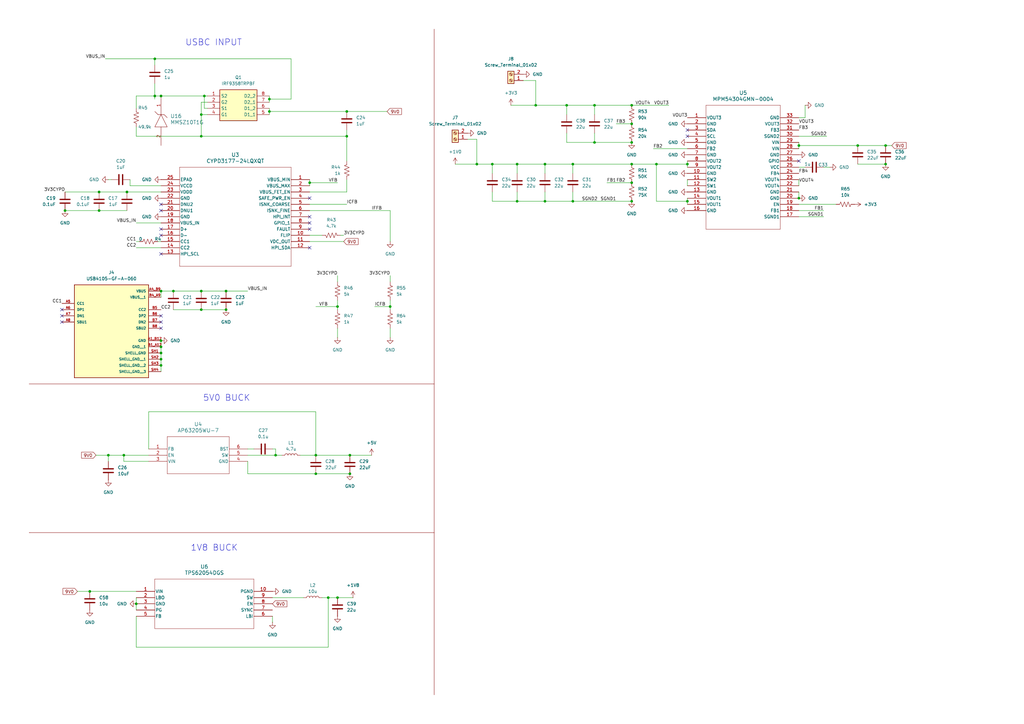
<source format=kicad_sch>
(kicad_sch (version 20250114) (generator "eeschema") (generator_version "9.0")
  (paper "A3")
  (lib_symbols
    (symbol "Connector:Screw_Terminal_01x02" (pin_names (offset 1.016) (hide yes))
      (property "Reference" "J" (at 0 2.54 0))
      (property "Value" "Screw_Terminal_01x02" (at 0 -5.08 0))
      (symbol "Screw_Terminal_01x02_1_1"
        (pin passive line (at -5.08 0 0) (length 3.81) (name "Pin_1") (number "1"))
        (pin passive line (at -5.08 -2.54 0) (length 3.81) (name "Pin_2") (number "2"))
      )
    )
    (symbol "Device:C" (pin_numbers (hide yes)) (pin_names (offset 0.254))
      (property "Reference" "C" (at 0.635 2.54 0))
      (property "Value" "C" (at 0.635 -2.54 0))
      (symbol "C_1_1"
        (pin passive line (at 0 3.81 270) (length 2.794) (name "~") (number "1"))
        (pin passive line (at 0 -3.81 90) (length 2.794) (name "~") (number "2"))
      )
    )
    (symbol "Device:L" (pin_numbers (hide yes)) (pin_names (offset 1.016) (hide yes))
      (property "Reference" "L" (at -1.27 0 90))
      (property "Value" "L" (at 1.905 0 90))
      (symbol "L_1_1"
        (pin passive line (at 0 3.81 270) (length 1.27) (name "1") (number "1"))
        (pin passive line (at 0 -3.81 90) (length 1.27) (name "2") (number "2"))
      )
    )
    (symbol "Device:R_US" (pin_numbers (hide yes)) (pin_names (offset 0))
      (property "Reference" "R" (at 2.54 0 90))
      (property "Value" "R_US" (at -2.54 0 90))
      (symbol "R_US_1_1"
        (pin passive line (at 0 3.81 270) (length 1.27) (name "~") (number "1"))
        (pin passive line (at 0 -3.81 90) (length 1.27) (name "~") (number "2"))
      )
    )
    (symbol "FPGA_Interface:USB4105-GF-A-060" (pin_names (offset 1.016))
      (property "Reference" "J" (at -15.24 13.97 0))
      (property "Value" "USB4105-GF-A-060" (at -15.24 -27.94 0))
      (symbol "USB4105-GF-A-060_0_0"
        (pin bidirectional line (at -20.32 5.08 0) (length 5.08) (name "CC1") (number "A5"))
        (pin bidirectional line (at -20.32 2.54 0) (length 5.08) (name "DP1") (number "A6"))
        (pin bidirectional line (at -20.32 0 0) (length 5.08) (name "DN1") (number "A7"))
        (pin bidirectional line (at -20.32 -2.54 0) (length 5.08) (name "SBU1") (number "A8"))
        (pin power_in line (at 20.32 10.16 180) (length 5.08) (name "VBUS") (number "A4_B9"))
        (pin power_in line (at 20.32 7.62 180) (length 5.08) (name "VBUS__1") (number "B4_A9"))
        (pin bidirectional line (at 20.32 2.54 180) (length 5.08) (name "CC2") (number "B5"))
        (pin bidirectional line (at 20.32 0 180) (length 5.08) (name "DP2") (number "B6"))
        (pin bidirectional line (at 20.32 -2.54 180) (length 5.08) (name "DN2") (number "B7"))
        (pin bidirectional line (at 20.32 -5.08 180) (length 5.08) (name "SBU2") (number "B8"))
        (pin power_in line (at 20.32 -10.16 180) (length 5.08) (name "GND") (number "A1_B12"))
        (pin power_in line (at 20.32 -12.7 180) (length 5.08) (name "GND__1") (number "B1_A12"))
        (pin power_in line (at 20.32 -15.24 180) (length 5.08) (name "SHELL_GND") (number "SH1"))
        (pin power_in line (at 20.32 -17.78 180) (length 5.08) (name "SHELL_GND__1") (number "SH2"))
        (pin power_in line (at 20.32 -20.32 180) (length 5.08) (name "SHELL_GND__2") (number "SH3"))
        (pin power_in line (at 20.32 -22.86 180) (length 5.08) (name "SHELL_GND__3") (number "SH4"))
      )
    )
    (symbol "FPGA_POWER:AP63205WU-7" (pin_names (offset 0.254))
      (property "Reference" "U" (at 20.32 10.16 0))
      (property "Value" "AP63205WU-7" (at 20.32 7.62 0))
      (symbol "AP63205WU-7_0_1"
        (pin unspecified line (at 0 0 0) (length 7.62) (name "FB") (number "1"))
        (pin unspecified line (at 0 -2.54 0) (length 7.62) (name "EN") (number "2"))
        (pin unspecified line (at 0 -5.08 0) (length 7.62) (name "VIN") (number "3"))
        (pin unspecified line (at 40.64 0 180) (length 7.62) (name "BST") (number "6"))
        (pin unspecified line (at 40.64 -2.54 180) (length 7.62) (name "SW") (number "5"))
        (pin power_out line (at 40.64 -5.08 180) (length 7.62) (name "GND") (number "4"))
      )
    )
    (symbol "FPGA_POWER:CYPD3177-24LQXQT" (pin_names (offset 0.254))
      (property "Reference" "U" (at 30.48 10.16 0))
      (property "Value" "CYPD3177-24LQXQT" (at 30.48 7.62 0))
      (symbol "CYPD3177-24LQXQT_0_1"
        (pin unspecified line (at 0 0 0) (length 7.62) (name "VBUS_MIN") (number "1"))
        (pin unspecified line (at 0 -2.54 0) (length 7.62) (name "VBUS_MAX") (number "2"))
        (pin unspecified line (at 0 -5.08 0) (length 7.62) (name "VBUS_FET_EN") (number "3"))
        (pin unspecified line (at 0 -7.62 0) (length 7.62) (name "SAFE_PWR_EN") (number "4"))
        (pin unspecified line (at 0 -10.16 0) (length 7.62) (name "ISNK_COARSE") (number "5"))
        (pin unspecified line (at 0 -12.7 0) (length 7.62) (name "ISNK_FINE") (number "6"))
        (pin unspecified line (at 0 -15.24 0) (length 7.62) (name "HPI_INT") (number "7"))
        (pin unspecified line (at 0 -17.78 0) (length 7.62) (name "GPIO_1") (number "8"))
        (pin unspecified line (at 0 -20.32 0) (length 7.62) (name "FAULT") (number "9"))
        (pin unspecified line (at 0 -22.86 0) (length 7.62) (name "FLIP") (number "10"))
        (pin output line (at 0 -25.4 0) (length 7.62) (name "VDC_OUT") (number "11"))
        (pin unspecified line (at 0 -27.94 0) (length 7.62) (name "HPI_SDA") (number "12"))
        (pin unspecified line (at 60.96 0 180) (length 7.62) (name "EPAD") (number "25"))
        (pin power_in line (at 60.96 -2.54 180) (length 7.62) (name "VCCD") (number "24"))
        (pin power_in line (at 60.96 -5.08 180) (length 7.62) (name "VDDD") (number "23"))
        (pin power_out line (at 60.96 -7.62 180) (length 7.62) (name "GND") (number "22"))
        (pin bidirectional line (at 60.96 -10.16 180) (length 7.62) (name "DNU2") (number "21"))
        (pin bidirectional line (at 60.96 -12.7 180) (length 7.62) (name "DNU1") (number "20"))
        (pin power_out line (at 60.96 -15.24 180) (length 7.62) (name "GND") (number "19"))
        (pin unspecified line (at 60.96 -17.78 180) (length 7.62) (name "VBUS_IN") (number "18"))
        (pin unspecified line (at 60.96 -20.32 180) (length 7.62) (name "D+") (number "17"))
        (pin unspecified line (at 60.96 -22.86 180) (length 7.62) (name "D-") (number "16"))
        (pin bidirectional line (at 60.96 -25.4 180) (length 7.62) (name "CC1") (number "15"))
        (pin bidirectional line (at 60.96 -27.94 180) (length 7.62) (name "CC2") (number "14"))
        (pin unspecified line (at 60.96 -30.48 180) (length 7.62) (name "HPI_SCL") (number "13"))
      )
    )
    (symbol "FPGA_POWER:IRF9358TRPBF"
      (property "Reference" "Q" (at 21.59 7.62 0))
      (property "Value" "IRF9358TRPBF" (at 21.59 5.08 0))
      (symbol "IRF9358TRPBF_1_1"
        (pin passive line (at 0 0 0) (length 5.08) (name "S2") (number "1"))
        (pin passive line (at 0 -2.54 0) (length 5.08) (name "G2") (number "2"))
        (pin passive line (at 0 -5.08 0) (length 5.08) (name "S1") (number "3"))
        (pin passive line (at 0 -7.62 0) (length 5.08) (name "G1") (number "4"))
        (pin passive line (at 25.4 0 180) (length 5.08) (name "D2_2") (number "8"))
        (pin passive line (at 25.4 -2.54 180) (length 5.08) (name "D2_1") (number "7"))
        (pin passive line (at 25.4 -5.08 180) (length 5.08) (name "D1_2") (number "6"))
        (pin passive line (at 25.4 -7.62 180) (length 5.08) (name "D1_1") (number "5"))
      )
    )
    (symbol "FPGA_POWER:MMSZ10T1G" (pin_names (offset 0.254))
      (property "Reference" "U" (at 25.4 10.16 0))
      (property "Value" "MMSZ10T1G" (at 25.4 7.62 0))
      (symbol "MMSZ10T1G_1_1"
        (pin unspecified line (at 13.97 2.54 0) (length 7.62) (name "") (number "1"))
        (pin unspecified line (at 34.29 2.54 180) (length 7.62) (name "") (number "2"))
      )
    )
    (symbol "FPGA_POWER:MPM54304GMN-0004" (pin_names (offset 0.254))
      (property "Reference" "U" (at 22.86 10.16 0))
      (property "Value" "MPM54304GMN-0004" (at 22.86 7.62 0))
      (symbol "MPM54304GMN-0004_0_1"
        (pin output line (at 0 0 0) (length 7.62) (name "VOUT3") (number "1"))
        (pin power_out line (at 0 -2.54 0) (length 7.62) (name "GND") (number "2"))
        (pin unspecified line (at 0 -5.08 0) (length 7.62) (name "SDA") (number "3"))
        (pin unspecified line (at 0 -7.62 0) (length 7.62) (name "SCL") (number "4"))
        (pin power_out line (at 0 -10.16 0) (length 7.62) (name "GND") (number "5"))
        (pin bidirectional line (at 0 -12.7 0) (length 7.62) (name "FB2") (number "6"))
        (pin power_out line (at 0 -15.24 0) (length 7.62) (name "GND") (number "7"))
        (pin output line (at 0 -17.78 0) (length 7.62) (name "VOUT2") (number "8"))
        (pin output line (at 0 -20.32 0) (length 7.62) (name "VOUT2") (number "9"))
        (pin power_out line (at 0 -22.86 0) (length 7.62) (name "GND") (number "10"))
        (pin bidirectional line (at 0 -25.4 0) (length 7.62) (name "SW2") (number "11"))
        (pin bidirectional line (at 0 -27.94 0) (length 7.62) (name "SW1") (number "12"))
        (pin power_out line (at 0 -30.48 0) (length 7.62) (name "GND") (number "13"))
        (pin output line (at 0 -33.02 0) (length 7.62) (name "VOUT1") (number "14"))
        (pin output line (at 0 -35.56 0) (length 7.62) (name "VOUT1") (number "15"))
        (pin power_out line (at 0 -38.1 0) (length 7.62) (name "GND") (number "16"))
        (pin power_out line (at 45.72 0 180) (length 7.62) (name "GND") (number "33"))
        (pin output line (at 45.72 -2.54 180) (length 7.62) (name "VOUT3") (number "32"))
        (pin bidirectional line (at 45.72 -5.08 180) (length 7.62) (name "FB3") (number "31"))
        (pin power_out line (at 45.72 -7.62 180) (length 7.62) (name "SGND2") (number "30"))
        (pin unspecified line (at 45.72 -10.16 180) (length 7.62) (name "VIN") (number "29"))
        (pin unspecified line (at 45.72 -12.7 180) (length 7.62) (name "VIN") (number "28"))
        (pin power_out line (at 45.72 -15.24 180) (length 7.62) (name "GND") (number "27"))
        (pin unspecified line (at 45.72 -17.78 180) (length 7.62) (name "GPIO") (number "26"))
        (pin power_in line (at 45.72 -20.32 180) (length 7.62) (name "VCC") (number "25"))
        (pin bidirectional line (at 45.72 -22.86 180) (length 7.62) (name "FB4") (number "24"))
        (pin output line (at 45.72 -25.4 180) (length 7.62) (name "VOUT4") (number "23"))
        (pin output line (at 45.72 -27.94 180) (length 7.62) (name "VOUT4") (number "22"))
        (pin power_out line (at 45.72 -30.48 180) (length 7.62) (name "GND") (number "21"))
        (pin power_out line (at 45.72 -33.02 180) (length 7.62) (name "GND") (number "20"))
        (pin unspecified line (at 45.72 -35.56 180) (length 7.62) (name "EN") (number "19"))
        (pin bidirectional line (at 45.72 -38.1 180) (length 7.62) (name "FB1") (number "18"))
        (pin power_out line (at 45.72 -40.64 180) (length 7.62) (name "SGND1") (number "17"))
      )
    )
    (symbol "FPGA_POWER:TPS62054DGS" (pin_names (offset 0.254))
      (property "Reference" "U" (at 27.94 10.16 0))
      (property "Value" "TPS62054DGS" (at 27.94 7.62 0))
      (symbol "TPS62054DGS_0_1"
        (pin input line (at 0 0 0) (length 7.62) (name "VIN") (number "1"))
        (pin output line (at 0 -2.54 0) (length 7.62) (name "LBO") (number "2"))
        (pin input line (at 0 -5.08 0) (length 7.62) (name "GND") (number "3"))
        (pin output line (at 0 -7.62 0) (length 7.62) (name "PG") (number "4"))
        (pin input line (at 0 -10.16 0) (length 7.62) (name "FB") (number "5"))
        (pin input line (at 55.88 0 180) (length 7.62) (name "PGND") (number "10"))
        (pin output line (at 55.88 -2.54 180) (length 7.62) (name "SW") (number "9"))
        (pin input line (at 55.88 -5.08 180) (length 7.62) (name "EN") (number "8"))
        (pin input line (at 55.88 -7.62 180) (length 7.62) (name "SYNC") (number "7"))
        (pin input line (at 55.88 -10.16 180) (length 7.62) (name "LBI") (number "6"))
      )
    )
    (symbol "power:+1V0" (power) (pin_numbers (hide yes)) (pin_names (offset 0) (hide yes))
      (property "Value" "+1V0" (at 0 3.556 0))
      (symbol "+1V0_1_1"
        (pin power_in line (at 0 0 90) (length 0) (name "~") (number "1"))
      )
    )
    (symbol "power:+1V8" (power) (pin_numbers (hide yes)) (pin_names (offset 0) (hide yes))
      (property "Value" "+1V8" (at 0 3.556 0))
      (symbol "+1V8_1_1"
        (pin power_in line (at 0 0 90) (length 0) (name "~") (number "1"))
      )
    )
    (symbol "power:+3V3" (power) (pin_numbers (hide yes)) (pin_names (offset 0) (hide yes))
      (property "Value" "+3V3" (at 0 3.556 0))
      (symbol "+3V3_1_1"
        (pin power_in line (at 0 0 90) (length 0) (name "~") (number "1"))
      )
    )
    (symbol "power:+5V" (power) (pin_numbers (hide yes)) (pin_names (offset 0) (hide yes))
      (property "Value" "+5V" (at 0 3.556 0))
      (symbol "+5V_1_1"
        (pin power_in line (at 0 0 90) (length 0) (name "~") (number "1"))
      )
    )
    (symbol "power:GND" (power) (pin_numbers (hide yes)) (pin_names (offset 0) (hide yes))
      (property "Value" "GND" (at 0 -3.81 0))
      (symbol "GND_1_1"
        (pin power_in line (at 0 0 270) (length 0) (name "~") (number "1"))
      )
    )
  )
  (text "USBC INPUT\n" (at 87.63 17.526 0) (effects (font (size 2.54 2.54))))
  (text "1V8 BUCK" (at 87.884 224.79 0) (effects (font (size 2.54 2.54))))
  (text "5V0 BUCK\n" (at 92.964 163.322 0) (effects (font (size 2.54 2.54))))
  (junction (at 44.45 186.69))
  (junction (at 212.09 82.55))
  (junction (at 259.08 43.18))
  (junction (at 66.04 119.38))
  (junction (at 269.24 67.31))
  (junction (at 127 74.93))
  (junction (at 113.03 186.69))
  (junction (at 195.58 67.31))
  (junction (at 92.71 119.38))
  (junction (at 129.54 194.31))
  (junction (at 83.82 39.37))
  (junction (at 82.55 55.88))
  (junction (at 52.07 78.74))
  (junction (at 327.66 81.28))
  (junction (at 143.51 194.31))
  (junction (at 66.04 144.78))
  (junction (at 66.04 139.7))
  (junction (at 40.64 78.74))
  (junction (at 26.67 86.36))
  (junction (at 232.41 43.18))
  (junction (at 92.71 127))
  (junction (at 50.8 186.69))
  (junction (at 223.52 67.31))
  (junction (at 243.84 43.18))
  (junction (at 36.83 242.57))
  (junction (at 363.22 67.31))
  (junction (at 142.24 45.72))
  (junction (at 40.64 86.36))
  (junction (at 63.5 24.13))
  (junction (at 55.88 247.65))
  (junction (at 327.66 59.69))
  (junction (at 219.71 43.18))
  (junction (at 142.24 55.88))
  (junction (at 259.08 82.55))
  (junction (at 66.04 147.32))
  (junction (at 259.08 50.8))
  (junction (at 138.43 125.73))
  (junction (at 363.22 59.69))
  (junction (at 259.08 67.31))
  (junction (at 66.04 39.37))
  (junction (at 66.04 149.86))
  (junction (at 110.49 45.72))
  (junction (at 259.08 74.93))
  (junction (at 212.09 67.31))
  (junction (at 71.12 119.38))
  (junction (at 129.54 186.69))
  (junction (at 223.52 82.55))
  (junction (at 63.5 39.37))
  (junction (at 259.08 58.42))
  (junction (at 281.94 67.31))
  (junction (at 82.55 119.38))
  (junction (at 281.94 82.55))
  (junction (at 234.95 82.55))
  (junction (at 160.02 125.73))
  (junction (at 201.93 67.31))
  (junction (at 234.95 67.31))
  (junction (at 82.55 127))
  (junction (at 143.51 186.69))
  (junction (at 351.79 59.69))
  (junction (at 243.84 58.42))
  (junction (at 66.04 142.24))
  (junction (at 138.43 245.11))
  (junction (at 110.49 40.64))
  (junction (at 134.62 245.11))
  (junction (at 82.55 46.99))
  (no_connect (at 327.66 66.04))
  (no_connect (at 66.04 93.98))
  (no_connect (at 127 101.6))
  (no_connect (at 66.04 86.36))
  (no_connect (at 66.04 132.08))
  (no_connect (at 25.4 129.54))
  (no_connect (at 66.04 83.82))
  (no_connect (at 281.94 55.88))
  (no_connect (at 66.04 96.52))
  (no_connect (at 127 81.28))
  (no_connect (at 127 93.98))
  (no_connect (at 127 91.44))
  (no_connect (at 66.04 104.14))
  (no_connect (at 25.4 127))
  (no_connect (at 66.04 134.62))
  (no_connect (at 281.94 53.34))
  (no_connect (at 66.04 129.54))
  (no_connect (at 25.4 132.08))
  (no_connect (at 127 88.9))
  (wire (pts (xy 66.04 147.32) (xy 66.04 149.86)))
  (wire (pts (xy 55.88 245.11) (xy 55.88 247.65)))
  (wire (pts (xy 327.66 73.66) (xy 327.66 76.2)))
  (polyline (pts (xy 178.054 11.938) (xy 178.054 157.48)) (stroke (width 0) (type solid) (color 132 0 0 1)))
  (wire (pts (xy 83.82 44.45) (xy 83.82 39.37)))
  (wire (pts (xy 330.2 48.26) (xy 327.66 48.26)))
  (wire (pts (xy 259.08 43.18) (xy 274.32 43.18)))
  (wire (pts (xy 212.09 82.55) (xy 223.52 82.55)))
  (wire (pts (xy 110.49 39.37) (xy 110.49 40.64)))
  (wire (pts (xy 55.88 52.07) (xy 55.88 55.88)))
  (wire (pts (xy 50.8 186.69) (xy 60.96 186.69)))
  (wire (pts (xy 55.88 44.45) (xy 55.88 39.37)))
  (wire (pts (xy 234.95 71.12) (xy 234.95 67.31)))
  (wire (pts (xy 123.19 186.69) (xy 129.54 186.69)))
  (wire (pts (xy 44.45 186.69) (xy 44.45 189.23)))
  (wire (pts (xy 104.14 184.15) (xy 101.6 184.15)))
  (wire (pts (xy 212.09 67.31) (xy 212.09 71.12)))
  (wire (pts (xy 71.12 127) (xy 82.55 127)))
  (wire (pts (xy 129.54 186.69) (xy 129.54 168.91)))
  (wire (pts (xy 201.93 82.55) (xy 212.09 82.55)))
  (wire (pts (xy 223.52 82.55) (xy 223.52 78.74)))
  (wire (pts (xy 40.64 78.74) (xy 26.67 78.74)))
  (wire (pts (xy 153.67 125.73) (xy 160.02 125.73)))
  (wire (pts (xy 111.76 184.15) (xy 113.03 184.15)))
  (wire (pts (xy 55.88 265.43) (xy 55.88 252.73)))
  (wire (pts (xy 127 73.66) (xy 127 74.93)))
  (wire (pts (xy 83.82 39.37) (xy 66.04 39.37)))
  (wire (pts (xy 52.07 78.74) (xy 40.64 78.74)))
  (wire (pts (xy 101.6 119.38) (xy 92.71 119.38)))
  (wire (pts (xy 232.41 58.42) (xy 232.41 54.61)))
  (wire (pts (xy 160.02 125.73) (xy 160.02 127)))
  (wire (pts (xy 327.66 59.69) (xy 351.79 59.69)))
  (wire (pts (xy 142.24 78.74) (xy 127 78.74)))
  (wire (pts (xy 119.38 40.64) (xy 110.49 40.64)))
  (wire (pts (xy 113.03 184.15) (xy 113.03 186.69)))
  (wire (pts (xy 40.64 86.36) (xy 26.67 86.36)))
  (wire (pts (xy 55.88 55.88) (xy 82.55 55.88)))
  (wire (pts (xy 43.18 24.13) (xy 63.5 24.13)))
  (wire (pts (xy 327.66 88.9) (xy 337.82 88.9)))
  (polyline (pts (xy 178.054 218.44) (xy 178.054 284.988)) (stroke (width 0) (type solid) (color 132 0 0 1)))
  (wire (pts (xy 340.36 68.58) (xy 337.82 68.58)))
  (wire (pts (xy 160.02 86.36) (xy 160.02 99.06)))
  (wire (pts (xy 327.66 55.88) (xy 339.09 55.88)))
  (wire (pts (xy 45.72 73.66) (xy 44.45 73.66)))
  (wire (pts (xy 110.49 44.45) (xy 110.49 45.72)))
  (wire (pts (xy 66.04 119.38) (xy 66.04 121.92)))
  (wire (pts (xy 142.24 55.88) (xy 142.24 53.34)))
  (wire (pts (xy 110.49 45.72) (xy 110.49 46.99)))
  (wire (pts (xy 134.62 245.11) (xy 134.62 265.43)))
  (wire (pts (xy 63.5 24.13) (xy 119.38 24.13)))
  (wire (pts (xy 55.88 39.37) (xy 63.5 39.37)))
  (wire (pts (xy 327.66 59.69) (xy 327.66 60.96)))
  (wire (pts (xy 36.83 242.57) (xy 55.88 242.57)))
  (wire (pts (xy 138.43 125.73) (xy 138.43 127)))
  (wire (pts (xy 82.55 46.99) (xy 85.09 46.99)))
  (wire (pts (xy 127 74.93) (xy 127 76.2)))
  (wire (pts (xy 327.66 68.58) (xy 330.2 68.58)))
  (wire (pts (xy 186.69 67.31) (xy 195.58 67.31)))
  (wire (pts (xy 327.66 86.36) (xy 337.82 86.36)))
  (wire (pts (xy 140.97 99.06) (xy 127 99.06)))
  (wire (pts (xy 330.2 43.18) (xy 330.2 48.26)))
  (wire (pts (xy 66.04 144.78) (xy 66.04 147.32)))
  (wire (pts (xy 101.6 194.31) (xy 101.6 189.23)))
  (wire (pts (xy 66.04 119.38) (xy 71.12 119.38)))
  (polyline (pts (xy 11.938 218.44) (xy 12.192 218.44)) (stroke (width 0) (type solid) (color 132 0 0 1)))
  (wire (pts (xy 281.94 81.28) (xy 281.94 82.55)))
  (wire (pts (xy 82.55 46.99) (xy 82.55 55.88)))
  (wire (pts (xy 243.84 54.61) (xy 243.84 58.42)))
  (wire (pts (xy 142.24 73.66) (xy 142.24 78.74)))
  (wire (pts (xy 52.07 86.36) (xy 40.64 86.36)))
  (wire (pts (xy 201.93 67.31) (xy 201.93 71.12)))
  (wire (pts (xy 134.62 245.11) (xy 138.43 245.11)))
  (wire (pts (xy 363.22 59.69) (xy 365.76 59.69)))
  (wire (pts (xy 191.77 57.15) (xy 195.58 57.15)))
  (wire (pts (xy 160.02 123.19) (xy 160.02 125.73)))
  (wire (pts (xy 142.24 45.72) (xy 158.75 45.72)))
  (wire (pts (xy 110.49 40.64) (xy 110.49 41.91)))
  (wire (pts (xy 269.24 67.31) (xy 281.94 67.31)))
  (wire (pts (xy 127 86.36) (xy 160.02 86.36)))
  (wire (pts (xy 101.6 194.31) (xy 129.54 194.31)))
  (wire (pts (xy 232.41 46.99) (xy 232.41 43.18)))
  (wire (pts (xy 55.88 91.44) (xy 66.04 91.44)))
  (wire (pts (xy 71.12 119.38) (xy 82.55 119.38)))
  (wire (pts (xy 129.54 125.73) (xy 138.43 125.73)))
  (wire (pts (xy 252.73 50.8) (xy 259.08 50.8)))
  (wire (pts (xy 64.77 99.06) (xy 66.04 99.06)))
  (wire (pts (xy 53.34 76.2) (xy 66.04 76.2)))
  (wire (pts (xy 248.92 74.93) (xy 259.08 74.93)))
  (wire (pts (xy 281.94 67.31) (xy 281.94 68.58)))
  (wire (pts (xy 142.24 55.88) (xy 142.24 66.04)))
  (wire (pts (xy 212.09 67.31) (xy 223.52 67.31)))
  (wire (pts (xy 160.02 113.03) (xy 160.02 115.57)))
  (wire (pts (xy 55.88 101.6) (xy 66.04 101.6)))
  (wire (pts (xy 85.09 44.45) (xy 83.82 44.45)))
  (wire (pts (xy 259.08 58.42) (xy 243.84 58.42)))
  (wire (pts (xy 66.04 78.74) (xy 52.07 78.74)))
  (wire (pts (xy 129.54 168.91) (xy 60.96 168.91)))
  (wire (pts (xy 327.66 78.74) (xy 327.66 81.28)))
  (wire (pts (xy 111.76 245.11) (xy 124.46 245.11)))
  (wire (pts (xy 66.04 39.37) (xy 63.5 39.37)))
  (wire (pts (xy 55.88 247.65) (xy 55.88 250.19)))
  (wire (pts (xy 281.94 66.04) (xy 281.94 67.31)))
  (wire (pts (xy 327.66 83.82) (xy 342.9 83.82)))
  (wire (pts (xy 243.84 43.18) (xy 243.84 46.99)))
  (wire (pts (xy 152.4 186.69) (xy 143.51 186.69)))
  (wire (pts (xy 138.43 123.19) (xy 138.43 125.73)))
  (wire (pts (xy 201.93 67.31) (xy 212.09 67.31)))
  (wire (pts (xy 50.8 189.23) (xy 60.96 189.23)))
  (wire (pts (xy 259.08 67.31) (xy 269.24 67.31)))
  (wire (pts (xy 281.94 73.66) (xy 281.94 76.2)))
  (wire (pts (xy 138.43 134.62) (xy 138.43 138.43)))
  (wire (pts (xy 195.58 57.15) (xy 195.58 67.31)))
  (wire (pts (xy 214.63 33.02) (xy 219.71 33.02)))
  (wire (pts (xy 119.38 24.13) (xy 119.38 40.64)))
  (wire (pts (xy 66.04 149.86) (xy 66.04 152.4)))
  (wire (pts (xy 138.43 74.93) (xy 127 74.93)))
  (wire (pts (xy 138.43 113.03) (xy 138.43 115.57)))
  (wire (pts (xy 132.08 96.52) (xy 127 96.52)))
  (wire (pts (xy 82.55 55.88) (xy 142.24 55.88)))
  (wire (pts (xy 85.09 41.91) (xy 82.55 41.91)))
  (wire (pts (xy 63.5 24.13) (xy 63.5 26.67)))
  (wire (pts (xy 142.24 83.82) (xy 127 83.82)))
  (wire (pts (xy 83.82 39.37) (xy 85.09 39.37)))
  (wire (pts (xy 209.55 43.18) (xy 219.71 43.18)))
  (polyline (pts (xy 12.192 218.44) (xy 178.054 218.44)) (stroke (width 0) (type solid) (color 132 0 0 1)))
  (wire (pts (xy 63.5 39.37) (xy 63.5 40.64)))
  (wire (pts (xy 60.96 168.91) (xy 60.96 184.15)))
  (wire (pts (xy 113.03 186.69) (xy 115.57 186.69)))
  (wire (pts (xy 129.54 194.31) (xy 143.51 194.31)))
  (wire (pts (xy 243.84 43.18) (xy 259.08 43.18)))
  (wire (pts (xy 55.88 99.06) (xy 57.15 99.06)))
  (wire (pts (xy 129.54 186.69) (xy 143.51 186.69)))
  (polyline (pts (xy 11.938 157.48) (xy 178.054 157.48)) (stroke (width 0) (type solid) (color 132 0 0 1)))
  (wire (pts (xy 327.66 58.42) (xy 327.66 59.69)))
  (wire (pts (xy 132.08 245.11) (xy 134.62 245.11)))
  (wire (pts (xy 267.97 60.96) (xy 281.94 60.96)))
  (wire (pts (xy 66.04 139.7) (xy 66.04 142.24)))
  (wire (pts (xy 219.71 43.18) (xy 232.41 43.18)))
  (wire (pts (xy 101.6 186.69) (xy 113.03 186.69)))
  (wire (pts (xy 160.02 138.43) (xy 160.02 134.62)))
  (wire (pts (xy 232.41 43.18) (xy 243.84 43.18)))
  (wire (pts (xy 82.55 127) (xy 92.71 127)))
  (wire (pts (xy 281.94 82.55) (xy 269.24 82.55)))
  (wire (pts (xy 269.24 82.55) (xy 269.24 67.31)))
  (wire (pts (xy 140.97 96.52) (xy 139.7 96.52)))
  (wire (pts (xy 351.79 67.31) (xy 363.22 67.31)))
  (wire (pts (xy 234.95 82.55) (xy 259.08 82.55)))
  (wire (pts (xy 201.93 78.74) (xy 201.93 82.55)))
  (wire (pts (xy 138.43 245.11) (xy 144.78 245.11)))
  (wire (pts (xy 44.45 186.69) (xy 50.8 186.69)))
  (wire (pts (xy 111.76 252.73) (xy 111.76 255.27)))
  (wire (pts (xy 66.04 142.24) (xy 66.04 144.78)))
  (wire (pts (xy 281.94 82.55) (xy 281.94 83.82)))
  (wire (pts (xy 223.52 71.12) (xy 223.52 67.31)))
  (wire (pts (xy 219.71 33.02) (xy 219.71 43.18)))
  (wire (pts (xy 134.62 265.43) (xy 55.88 265.43)))
  (wire (pts (xy 223.52 82.55) (xy 234.95 82.55)))
  (wire (pts (xy 82.55 119.38) (xy 92.71 119.38)))
  (wire (pts (xy 234.95 78.74) (xy 234.95 82.55)))
  (wire (pts (xy 351.79 59.69) (xy 363.22 59.69)))
  (wire (pts (xy 31.75 242.57) (xy 36.83 242.57)))
  (wire (pts (xy 63.5 34.29) (xy 63.5 39.37)))
  (wire (pts (xy 195.58 67.31) (xy 201.93 67.31)))
  (wire (pts (xy 39.37 186.69) (xy 44.45 186.69)))
  (wire (pts (xy 110.49 45.72) (xy 142.24 45.72)))
  (wire (pts (xy 82.55 41.91) (xy 82.55 46.99)))
  (wire (pts (xy 223.52 67.31) (xy 234.95 67.31)))
  (wire (pts (xy 212.09 78.74) (xy 212.09 82.55)))
  (wire (pts (xy 53.34 73.66) (xy 53.34 76.2)))
  (wire (pts (xy 234.95 67.31) (xy 259.08 67.31)))
  (polyline (pts (xy 178.054 157.48) (xy 178.054 218.44)) (stroke (width 0) (type solid) (color 132 0 0 1)))
  (wire (pts (xy 50.8 186.69) (xy 50.8 189.23)))
  (wire (pts (xy 232.41 58.42) (xy 243.84 58.42)))
  (label "FB1" (at 337.82 86.36 180))
  (label "SGND1" (at 252.73 82.55 180))
  (label "FB3" (at 327.66 53.34 0))
  (label "CC1" (at 55.88 99.06 180))
  (label "VBUS_IN" (at 55.88 91.44 180))
  (label "VFB" (at 130.81 125.73 0))
  (label "VOUT4" (at 266.7 43.18 180))
  (label "3V3CYPD" (at 26.67 78.74 180))
  (label "SGND2" (at 245.11 82.55 180))
  (label "VFB" (at 138.43 74.93 180))
  (label "FB1" (at 248.92 74.93 0))
  (label "ICFB" (at 153.67 125.73 0))
  (label "FB2" (at 267.97 60.96 0))
  (label "FB2" (at 252.73 74.93 0))
  (label "VBUS_IN" (at 43.18 24.13 180))
  (label "FB4" (at 327.66 71.12 0))
  (label "CC2" (at 55.88 101.6 180))
  (label "ICFB" (at 142.24 83.82 0))
  (label "VOUT3" (at 327.66 50.8 0))
  (label "CC2" (at 66.04 127 0))
  (label "CC1" (at 25.4 124.46 180))
  (label "3V3CYPD" (at 140.97 96.52 0))
  (label "FB3" (at 252.73 50.8 0))
  (label "SGND1" (at 337.82 88.9 180))
  (label "SGND2" (at 339.09 55.88 180))
  (label "3V3CYPD" (at 160.02 113.03 180))
  (label "IFFB" (at 152.4 86.36 0))
  (label "VOUT3" (at 281.94 48.26 180))
  (label "VOUT3" (at 274.32 43.18 180))
  (label "3V3CYPD" (at 138.43 113.03 180))
  (label "VBUS_IN" (at 101.6 119.38 0))
  (label "VOUT4" (at 327.66 74.93 0))
  (global_label "9V0" (shape input) (at 158.75 45.72 0) (property "Intersheetrefs" "${INTERSHEET_REFS}" (effects (hide yes))))
  (global_label "9V0" (shape input) (at 140.97 99.06 0) (property "Intersheetrefs" "${INTERSHEET_REFS}" (effects (hide yes))))
  (global_label "9V0" (shape input) (at 31.75 242.57 180) (property "Intersheetrefs" "${INTERSHEET_REFS}" (effects (hide yes))))
  (global_label "9V0" (shape input) (at 365.76 59.69 0) (property "Intersheetrefs" "${INTERSHEET_REFS}" (effects (hide yes))))
  (global_label "9V0" (shape input) (at 39.37 186.69 180) (property "Intersheetrefs" "${INTERSHEET_REFS}" (effects (hide yes))))
  (global_label "9V0" (shape input) (at 111.76 247.65 0) (property "Intersheetrefs" "${INTERSHEET_REFS}" (effects (hide yes))))
  (symbol (lib_id "power:GND") (at 327.66 63.5 90) (unit 1)
    (property "Reference" "#PWR0109" (effects (hide yes)))
    (property "Value" "GND" (at 331.47 63.4999 90) (effects (justify right)))
    (property "Description" "Power symbol creates a global label with name \"GND\" , ground" (effects (hide yes)))
  )
  (symbol (lib_id "Device:C") (at 232.41 50.8 0) (unit 1)
    (property "Reference" "C38" (at 236.22 49.5299 0) (effects (justify left)))
    (property "Value" "22u" (at 236.22 52.0699 0) (effects (justify left)))
    (property "Footprint" "Capacitor_SMD:C_0805_2012Metric" (effects (hide yes)))
    (property "Description" "Unpolarized capacitor" (effects (hide yes)))
  )
  (symbol (lib_id "power:GND") (at 340.36 68.58 90) (unit 1)
    (property "Reference" "#PWR0113" (effects (hide yes)))
    (property "Value" "GND" (at 344.17 68.5799 90) (effects (justify right)))
    (property "Description" "Power symbol creates a global label with name \"GND\" , ground" (effects (hide yes)))
  )
  (symbol (lib_id "power:GND") (at 66.04 73.66 270) (mirror x) (unit 1)
    (property "Reference" "#PWR092" (effects (hide yes)))
    (property "Value" "GND" (at 62.23 73.6599 90) (effects (justify right)))
    (property "Description" "Power symbol creates a global label with name \"GND\" , ground" (effects (hide yes)))
  )
  (symbol (lib_id "power:GND") (at 138.43 138.43 0) (unit 1)
    (property "Reference" "#PWR098" (effects (hide yes)))
    (property "Value" "GND" (at 138.43 143.51 0))
    (property "Description" "Power symbol creates a global label with name \"GND\" , ground" (effects (hide yes)))
  )
  (symbol (lib_id "Device:R_US") (at 138.43 130.81 0) (unit 1)
    (property "Reference" "R47" (at 140.97 129.5399 0) (effects (justify left)))
    (property "Value" "1k" (at 140.97 132.0799 0) (effects (justify left)))
    (property "Footprint" "Resistor_SMD:R_0402_1005Metric" (effects (hide yes)))
    (property "Description" "Resistor, US symbol" (effects (hide yes)))
  )
  (symbol (lib_id "Device:C") (at 92.71 123.19 0) (unit 1)
    (property "Reference" "C23" (at 96.52 121.9199 0) (effects (justify left)))
    (property "Value" "1uF" (at 96.52 124.4599 0) (effects (justify left)))
    (property "Footprint" "Capacitor_SMD:C_0603_1608Metric" (effects (hide yes)))
    (property "Description" "Unpolarized capacitor" (effects (hide yes)))
  )
  (symbol (lib_id "power:GND") (at 44.45 196.85 0) (unit 1)
    (property "Reference" "#PWR0101" (effects (hide yes)))
    (property "Value" "GND" (at 44.45 201.93 0))
    (property "Description" "Power symbol creates a global label with name \"GND\" , ground" (effects (hide yes)))
  )
  (symbol (lib_id "FPGA_POWER:MPM54304GMN-0004") (at 281.94 48.26 0) (unit 1)
    (property "Reference" "U5" (at 304.8 38.1 0) (effects (font (size 1.524 1.524))))
    (property "Value" "MPM54304GMN-0004" (at 304.8 40.64 0) (effects (font (size 1.524 1.524))))
    (property "Footprint" "FPGA_Power:MPM54304GMN_004" (effects (hide yes)))
    (property "Datasheet" "https://www.monolithicpower.com/en/documentview/productdocument/index/version/2/document_type/Datasheet/lang/en/sku/MPM54304" (effects (hide yes)))
  )
  (symbol (lib_id "power:+1V0") (at 186.69 67.31 0) (unit 1)
    (property "Reference" "#PWR0121" (effects (hide yes)))
    (property "Value" "+1V0" (at 186.69 62.23 0))
    (property "Description" "Power symbol creates a global label with name \"+1V0\"" (effects (hide yes)))
  )
  (symbol (lib_id "power:GND") (at 281.94 50.8 270) (unit 1)
    (property "Reference" "#PWR0107" (effects (hide yes)))
    (property "Value" "GND" (at 278.13 50.7999 90) (effects (justify right)))
    (property "Description" "Power symbol creates a global label with name \"GND\" , ground" (effects (hide yes)))
  )
  (symbol (lib_id "Device:C") (at 138.43 248.92 0) (unit 1)
    (property "Reference" "C39" (at 142.24 247.6499 0) (effects (justify left)))
    (property "Value" "22u" (at 142.24 250.1899 0) (effects (justify left)))
    (property "Footprint" "Capacitor_SMD:C_0603_1608Metric" (effects (hide yes)))
    (property "Description" "Unpolarized capacitor" (effects (hide yes)))
  )
  (symbol (lib_id "power:GND") (at 66.04 88.9 270) (mirror x) (unit 1)
    (property "Reference" "#PWR094" (effects (hide yes)))
    (property "Value" "GND" (at 62.23 88.8999 90) (effects (justify right)))
    (property "Description" "Power symbol creates a global label with name \"GND\" , ground" (effects (hide yes)))
  )
  (symbol (lib_id "power:GND") (at 143.51 194.31 0) (unit 1)
    (property "Reference" "#PWR0102" (effects (hide yes)))
    (property "Value" "GND" (at 143.51 199.39 0))
    (property "Description" "Power symbol creates a global label with name \"GND\" , ground" (effects (hide yes)))
  )
  (symbol (lib_id "Device:C") (at 234.95 74.93 0) (unit 1)
    (property "Reference" "C31" (at 238.76 73.6599 0) (effects (justify left)))
    (property "Value" "22u" (at 238.76 76.1999 0) (effects (justify left)))
    (property "Footprint" "Capacitor_SMD:C_0805_2012Metric" (effects (hide yes)))
    (property "Description" "Unpolarized capacitor" (effects (hide yes)))
  )
  (symbol (lib_id "Device:C") (at 363.22 63.5 0) (unit 1)
    (property "Reference" "C36" (at 367.03 62.2299 0) (effects (justify left)))
    (property "Value" "22uF" (at 367.03 64.7699 0) (effects (justify left)))
    (property "Footprint" "Capacitor_SMD:C_0805_2012Metric" (effects (hide yes)))
    (property "Description" "Unpolarized capacitor" (effects (hide yes)))
  )
  (symbol (lib_id "Device:C") (at 334.01 68.58 90) (unit 1)
    (property "Reference" "C33" (at 337.566 67.564 90))
    (property "Value" "1u" (at 331.216 67.31 90))
    (property "Footprint" "Capacitor_SMD:C_0603_1608Metric" (effects (hide yes)))
    (property "Description" "Unpolarized capacitor" (effects (hide yes)))
  )
  (symbol (lib_id "power:GND") (at 92.71 127 0) (unit 1)
    (property "Reference" "#PWR097" (effects (hide yes)))
    (property "Value" "GND" (at 92.71 132.08 0))
    (property "Description" "Power symbol creates a global label with name \"GND\" , ground" (effects (hide yes)))
  )
  (symbol (lib_id "Device:R_US") (at 259.08 54.61 0) (unit 1)
    (property "Reference" "R54" (at 261.62 53.3399 0) (effects (justify left)))
    (property "Value" "20k" (at 261.62 55.8799 0) (effects (justify left)))
    (property "Footprint" "Resistor_SMD:R_0805_2012Metric" (effects (hide yes)))
    (property "Description" "Resistor, US symbol" (effects (hide yes)))
  )
  (symbol (lib_id "Device:C") (at 129.54 190.5 0) (unit 1)
    (property "Reference" "C28" (at 133.35 189.2299 0) (effects (justify left)))
    (property "Value" "22uF" (at 133.35 191.7699 0) (effects (justify left)))
    (property "Footprint" "Capacitor_SMD:C_0603_1608Metric" (effects (hide yes)))
    (property "Description" "Unpolarized capacitor" (effects (hide yes)))
  )
  (symbol (lib_id "power:GND") (at 138.43 252.73 0) (unit 1)
    (property "Reference" "#PWR0118" (effects (hide yes)))
    (property "Value" "GND" (at 138.43 257.81 0))
    (property "Description" "Power symbol creates a global label with name \"GND\" , ground" (effects (hide yes)))
  )
  (symbol (lib_id "power:GND") (at 327.66 81.28 90) (unit 1)
    (property "Reference" "#PWR0110" (effects (hide yes)))
    (property "Value" "GND" (at 331.47 81.2799 90) (effects (justify right)))
    (property "Description" "Power symbol creates a global label with name \"GND\" , ground" (effects (hide yes)))
  )
  (symbol (lib_id "FPGA_POWER:MMSZ10T1G") (at 63.5 25.4 270) (unit 1)
    (property "Reference" "U16" (at 69.85 47.6249 90) (effects (font (size 1.524 1.524)) (justify left)))
    (property "Value" "MMSZ10T1G" (at 69.85 50.1649 90) (effects (font (size 1.524 1.524)) (justify left)))
    (property "Footprint" "SOD-123_ONS" (effects (hide yes)))
    (property "Datasheet" "MMSZ10T1G" (effects (hide yes)))
  )
  (symbol (lib_id "Device:C") (at 52.07 82.55 0) (mirror y) (unit 1)
    (property "Reference" "C17" (at 48.26 81.2799 0) (effects (justify left)))
    (property "Value" "1uF" (at 48.26 83.8199 0) (effects (justify left)))
    (property "Footprint" "Capacitor_SMD:C_0603_1608Metric" (effects (hide yes)))
    (property "Description" "Unpolarized capacitor" (effects (hide yes)))
  )
  (symbol (lib_id "Device:C") (at 351.79 63.5 0) (unit 1)
    (property "Reference" "C35" (at 355.6 62.2299 0) (effects (justify left)))
    (property "Value" "22uF" (at 355.6 64.7699 0) (effects (justify left)))
    (property "Footprint" "Capacitor_SMD:C_0805_2012Metric" (effects (hide yes)))
    (property "Description" "Unpolarized capacitor" (effects (hide yes)))
  )
  (symbol (lib_id "power:GND") (at 281.94 86.36 270) (unit 1)
    (property "Reference" "#PWR0103" (effects (hide yes)))
    (property "Value" "GND" (at 278.13 86.3599 90) (effects (justify right)))
    (property "Description" "Power symbol creates a global label with name \"GND\" , ground" (effects (hide yes)))
  )
  (symbol (lib_id "power:GND") (at 111.76 242.57 90) (unit 1)
    (property "Reference" "#PWR0115" (effects (hide yes)))
    (property "Value" "GND" (at 115.57 242.5699 90) (effects (justify right)))
    (property "Description" "Power symbol creates a global label with name \"GND\" , ground" (effects (hide yes)))
  )
  (symbol (lib_id "Device:C") (at 40.64 82.55 0) (mirror y) (unit 1)
    (property "Reference" "C18" (at 36.83 81.2799 0) (effects (justify left)))
    (property "Value" "0.1uF" (at 36.83 83.8199 0) (effects (justify left)))
    (property "Footprint" "Capacitor_SMD:C_0402_1005Metric" (effects (hide yes)))
    (property "Description" "Unpolarized capacitor" (effects (hide yes)))
  )
  (symbol (lib_id "Device:R_US") (at 259.08 78.74 0) (unit 1)
    (property "Reference" "R52" (at 261.62 77.4699 0) (effects (justify left)))
    (property "Value" "75K" (at 261.62 80.0099 0) (effects (justify left)))
    (property "Footprint" "Resistor_SMD:R_0805_2012Metric" (effects (hide yes)))
    (property "Description" "Resistor, US symbol" (effects (hide yes)))
  )
  (symbol (lib_id "power:GND") (at 44.45 73.66 270) (mirror x) (unit 1)
    (property "Reference" "#PWR095" (effects (hide yes)))
    (property "Value" "GND" (at 40.64 73.6599 90) (effects (justify right)))
    (property "Description" "Power symbol creates a global label with name \"GND\" , ground" (effects (hide yes)))
  )
  (symbol (lib_id "Device:C") (at 36.83 246.38 0) (unit 1)
    (property "Reference" "C58" (at 40.64 245.1099 0) (effects (justify left)))
    (property "Value" "10u" (at 40.64 247.6499 0) (effects (justify left)))
    (property "Footprint" "Capacitor_SMD:C_0603_1608Metric" (effects (hide yes)))
    (property "Description" "Unpolarized capacitor" (effects (hide yes)))
  )
  (symbol (lib_id "Device:R_US") (at 55.88 48.26 0) (unit 1)
    (property "Reference" "R45" (at 56.642 44.196 0) (effects (justify left)))
    (property "Value" "49.9k" (at 56.642 52.07 0) (effects (justify left)))
    (property "Footprint" "Resistor_SMD:R_0402_1005Metric" (effects (hide yes)))
    (property "Description" "Resistor, US symbol" (effects (hide yes)))
  )
  (symbol (lib_id "Device:C") (at 142.24 49.53 0) (unit 1)
    (property "Reference" "C24" (at 146.05 48.2599 0) (effects (justify left)))
    (property "Value" "1uF" (at 146.05 50.7999 0) (effects (justify left)))
    (property "Footprint" "Capacitor_SMD:C_0603_1608Metric" (effects (hide yes)))
    (property "Description" "Unpolarized capacitor" (effects (hide yes)))
  )
  (symbol (lib_id "Device:L") (at 128.27 245.11 90) (unit 1)
    (property "Reference" "L2" (at 128.27 240.03 90))
    (property "Value" "10u" (at 128.27 242.57 90))
    (property "Footprint" "Inductor_SMD:L_TechFuse_SL0624" (effects (hide yes)))
    (property "Description" "Inductor" (effects (hide yes)))
  )
  (symbol (lib_id "FPGA_Interface:USB4105-GF-A-060") (at 45.72 129.54 0) (unit 1)
    (property "Reference" "J4" (at 45.72 111.76 0))
    (property "Value" "USB4105-GF-A-060" (at 45.72 114.3 0))
    (property "Footprint" "FPGA_Interface:USB4105-GF-A-060" (effects (hide yes)))
    (property "PARTREV" "B3" (effects (hide yes)))
    (property "MANUFACTURER" "Global Connector Technology" (effects (hide yes)))
    (property "MAXIMUM_PACKAGE_HEIGHT" "3.31mm" (effects (hide yes)))
    (property "STANDARD" "Manufacturer Recommendations" (effects (hide yes)))
  )
  (symbol (lib_id "Device:R_US") (at 160.02 130.81 0) (unit 1)
    (property "Reference" "R64" (at 162.56 129.5399 0) (effects (justify left)))
    (property "Value" "5k" (at 162.56 132.0799 0) (effects (justify left)))
    (property "Footprint" "Resistor_SMD:R_0402_1005Metric" (effects (hide yes)))
    (property "Description" "Resistor, US symbol" (effects (hide yes)))
  )
  (symbol (lib_id "power:+3V3") (at 209.55 43.18 0) (unit 1)
    (property "Reference" "#PWR0122" (effects (hide yes)))
    (property "Value" "+3V3" (at 209.55 38.1 0))
    (property "Description" "Power symbol creates a global label with name \"+3V3\"" (effects (hide yes)))
  )
  (symbol (lib_id "power:+1V8") (at 144.78 245.11 0) (unit 1)
    (property "Reference" "#PWR0119" (effects (hide yes)))
    (property "Value" "+1V8" (at 144.78 240.03 0))
    (property "Description" "Power symbol creates a global label with name \"+1V8\"" (effects (hide yes)))
  )
  (symbol (lib_id "power:+5V") (at 152.4 186.69 0) (unit 1)
    (property "Reference" "#PWR0120" (effects (hide yes)))
    (property "Value" "+5V" (at 152.4 181.61 0))
    (property "Description" "Power symbol creates a global label with name \"+5V\"" (effects (hide yes)))
  )
  (symbol (lib_id "power:GND") (at 160.02 138.43 0) (unit 1)
    (property "Reference" "#PWR0124" (effects (hide yes)))
    (property "Value" "GND" (at 160.02 143.51 0))
    (property "Description" "Power symbol creates a global label with name \"GND\" , ground" (effects (hide yes)))
  )
  (symbol (lib_id "Device:C") (at 201.93 74.93 0) (unit 1)
    (property "Reference" "C34" (at 205.74 73.6599 0) (effects (justify left)))
    (property "Value" "22u" (at 205.74 76.1999 0) (effects (justify left)))
    (property "Footprint" "Capacitor_SMD:C_0805_2012Metric" (effects (hide yes)))
    (property "Description" "Unpolarized capacitor" (effects (hide yes)))
  )
  (symbol (lib_id "Device:R_US") (at 60.96 99.06 90) (unit 1)
    (property "Reference" "R4" (at 64.77 98.044 90))
    (property "Value" "0" (at 57.658 98.044 90))
    (property "Footprint" "Resistor_SMD:R_0603_1608Metric" (effects (hide yes)))
    (property "Description" "Resistor, US symbol" (effects (hide yes)))
  )
  (symbol (lib_id "Device:R_US") (at 142.24 69.85 0) (mirror y) (unit 1)
    (property "Reference" "R44" (at 139.7 68.5799 0) (effects (justify left)))
    (property "Value" "1k" (at 139.7 71.1199 0) (effects (justify left)))
    (property "Footprint" "Resistor_SMD:R_0402_1005Metric" (effects (hide yes)))
    (property "Description" "Resistor, US symbol" (effects (hide yes)))
  )
  (symbol (lib_id "Device:R_US") (at 346.71 83.82 90) (unit 1)
    (property "Reference" "R65" (at 346.71 77.47 90))
    (property "Value" "10k" (at 346.71 80.01 90))
    (property "Footprint" "Resistor_SMD:R_0402_1005Metric" (effects (hide yes)))
    (property "Description" "Resistor, US symbol" (effects (hide yes)))
  )
  (symbol (lib_id "Device:C") (at 82.55 123.19 0) (unit 1)
    (property "Reference" "C22" (at 86.36 121.9199 0) (effects (justify left)))
    (property "Value" "1uF" (at 86.36 124.4599 0) (effects (justify left)))
    (property "Footprint" "Capacitor_SMD:C_0603_1608Metric" (effects (hide yes)))
    (property "Description" "Unpolarized capacitor" (effects (hide yes)))
  )
  (symbol (lib_id "Device:C") (at 71.12 123.19 0) (unit 1)
    (property "Reference" "C21" (at 74.93 121.9199 0) (effects (justify left)))
    (property "Value" "1uF" (at 74.93 124.4599 0) (effects (justify left)))
    (property "Footprint" "Capacitor_SMD:C_0603_1608Metric" (effects (hide yes)))
    (property "Description" "Unpolarized capacitor" (effects (hide yes)))
  )
  (symbol (lib_id "Device:C") (at 49.53 73.66 270) (mirror x) (unit 1)
    (property "Reference" "C20" (at 49.53 66.04 90))
    (property "Value" "1uF" (at 49.53 68.58 90))
    (property "Footprint" "Capacitor_SMD:C_0603_1608Metric" (effects (hide yes)))
    (property "Description" "Unpolarized capacitor" (effects (hide yes)))
  )
  (symbol (lib_id "power:GND") (at 281.94 63.5 270) (unit 1)
    (property "Reference" "#PWR0105" (effects (hide yes)))
    (property "Value" "GND" (at 278.13 63.4999 90) (effects (justify right)))
    (property "Description" "Power symbol creates a global label with name \"GND\" , ground" (effects (hide yes)))
  )
  (symbol (lib_id "FPGA_POWER:TPS62054DGS") (at 55.88 242.57 0) (unit 1)
    (property "Reference" "U6" (at 83.82 232.41 0) (effects (font (size 1.524 1.524))))
    (property "Value" "TPS62054DGS" (at 83.82 234.95 0) (effects (font (size 1.524 1.524))))
    (property "Footprint" "FPGA_Power:TPS62054DGS" (effects (hide yes)))
    (property "Datasheet" "https://www.ti.com/lit/gpn/tps62054" (effects (hide yes)))
  )
  (symbol (lib_id "power:GND") (at 214.63 30.48 90) (unit 1)
    (property "Reference" "#PWR0129" (effects (hide yes)))
    (property "Value" "GND" (at 218.44 30.4799 90) (effects (justify right)))
    (property "Description" "Power symbol creates a global label with name \"GND\" , ground" (effects (hide yes)))
  )
  (symbol (lib_id "Connector:Screw_Terminal_01x02") (at 186.69 57.15 180) (unit 1)
    (property "Reference" "J7" (at 186.69 48.26 0))
    (property "Value" "Screw_Terminal_01x02" (at 186.69 50.8 0))
    (property "Description" "Generic screw terminal, single row, 01x02, script generated (kicad-library-utils/schlib/autogen/connector/)" (effects (hide yes)))
  )
  (symbol (lib_id "power:GND") (at 111.76 255.27 0) (unit 1)
    (property "Reference" "#PWR0117" (effects (hide yes)))
    (property "Value" "GND" (at 111.76 260.35 0))
    (property "Description" "Power symbol creates a global label with name \"GND\" , ground" (effects (hide yes)))
  )
  (symbol (lib_id "power:GND") (at 281.94 78.74 270) (unit 1)
    (property "Reference" "#PWR0100" (effects (hide yes)))
    (property "Value" "GND" (at 278.13 78.7399 90) (effects (justify right)))
    (property "Description" "Power symbol creates a global label with name \"GND\" , ground" (effects (hide yes)))
  )
  (symbol (lib_id "power:GND") (at 281.94 71.12 270) (unit 1)
    (property "Reference" "#PWR0104" (effects (hide yes)))
    (property "Value" "GND" (at 278.13 71.1199 90) (effects (justify right)))
    (property "Description" "Power symbol creates a global label with name \"GND\" , ground" (effects (hide yes)))
  )
  (symbol (lib_id "power:GND") (at 55.88 247.65 270) (unit 1)
    (property "Reference" "#PWR0116" (effects (hide yes)))
    (property "Value" "GND" (at 52.07 247.6499 90) (effects (justify right)))
    (property "Description" "Power symbol creates a global label with name \"GND\" , ground" (effects (hide yes)))
  )
  (symbol (lib_id "power:GND") (at 259.08 58.42 0) (unit 1)
    (property "Reference" "#PWR0114" (effects (hide yes)))
    (property "Value" "GND" (at 259.08 63.5 0))
    (property "Description" "Power symbol creates a global label with name \"GND\" , ground" (effects (hide yes)))
  )
  (symbol (lib_id "power:GND") (at 160.02 99.06 0) (unit 1)
    (property "Reference" "#PWR0125" (effects (hide yes)))
    (property "Value" "GND" (at 160.02 104.14 0))
    (property "Description" "Power symbol creates a global label with name \"GND\" , ground" (effects (hide yes)))
  )
  (symbol (lib_id "power:GND") (at 191.77 54.61 90) (unit 1)
    (property "Reference" "#PWR0128" (effects (hide yes)))
    (property "Value" "GND" (at 195.58 54.6099 90) (effects (justify right)))
    (property "Description" "Power symbol creates a global label with name \"GND\" , ground" (effects (hide yes)))
  )
  (symbol (lib_id "power:+3V3") (at 350.52 83.82 270) (unit 1)
    (property "Reference" "#PWR0127" (effects (hide yes)))
    (property "Value" "+3V3" (at 354.33 83.8199 90) (effects (justify left)))
    (property "Description" "Power symbol creates a global label with name \"+3V3\"" (effects (hide yes)))
  )
  (symbol (lib_id "power:GND") (at 66.04 139.7 90) (unit 1)
    (property "Reference" "#PWR0126" (effects (hide yes)))
    (property "Value" "GND" (at 69.85 139.6999 90) (effects (justify right)))
    (property "Description" "Power symbol creates a global label with name \"GND\" , ground" (effects (hide yes)))
  )
  (symbol (lib_id "Device:C") (at 26.67 82.55 0) (mirror y) (unit 1)
    (property "Reference" "C19" (at 22.86 81.2799 0) (effects (justify left)))
    (property "Value" "0.1uF" (at 22.86 83.8199 0) (effects (justify left)))
    (property "Footprint" "Capacitor_SMD:C_0402_1005Metric" (effects (hide yes)))
    (property "Description" "Unpolarized capacitor" (effects (hide yes)))
  )
  (symbol (lib_id "FPGA_POWER:IRF9358TRPBF") (at 85.09 39.37 0) (unit 1)
    (property "Reference" "Q1" (at 97.79 31.75 0))
    (property "Value" "IRF9358TRPBF" (at 97.79 34.29 0))
    (property "Footprint" "FPGA_Power:IRF9358TRPBF" (effects (hide yes)))
    (property "Datasheet" "https://www.infineon.com/dgdl/Infineon-IRF9358-DataSheet-v01_01-EN.pdf?fileId=5546d462533600a4015356114ffa1da5" (effects (hide yes)))
    (property "Description" "Infineon IRF9358TRPBF Dual P-channel MOSFET, 9.2 A, 30 V HEXFET, 8-Pin SOIC" (effects (hide yes)))
    (property "Height" "1.75" (effects (hide yes)))
    (property "Mouser Part Number" "942-IRF9358TRPBF" (effects (hide yes)))
    (property "Mouser Price/Stock" "https://www.mouser.co.uk/ProductDetail/Infineon-Technologies/IRF9358TRPBF?qs=9%252BKlkBgLFf0UOCipcM2zgA%3D%3D" (effects (hide yes)))
    (property "Manufacturer_Name" "Infineon" (effects (hide yes)))
    (property "Manufacturer_Part_Number" "IRF9358TRPBF" (effects (hide yes)))
  )
  (symbol (lib_id "Connector:Screw_Terminal_01x02") (at 209.55 33.02 180) (unit 1)
    (property "Reference" "J8" (at 209.55 24.13 0))
    (property "Value" "Screw_Terminal_01x02" (at 209.55 26.67 0))
    (property "Description" "Generic screw terminal, single row, 01x02, script generated (kicad-library-utils/schlib/autogen/connector/)" (effects (hide yes)))
  )
  (symbol (lib_id "power:GND") (at 26.67 86.36 0) (unit 1)
    (property "Reference" "#PWR096" (effects (hide yes)))
    (property "Value" "GND" (at 26.67 91.44 0))
    (property "Description" "Power symbol creates a global label with name \"GND\" , ground" (effects (hide yes)))
  )
  (symbol (lib_id "power:GND") (at 363.22 67.31 0) (unit 1)
    (property "Reference" "#PWR0111" (effects (hide yes)))
    (property "Value" "GND" (at 363.22 72.39 0))
    (property "Description" "Power symbol creates a global label with name \"GND\" , ground" (effects (hide yes)))
  )
  (symbol (lib_id "FPGA_POWER:CYPD3177-24LQXQT") (at 127 73.66 0) (mirror y) (unit 1)
    (property "Reference" "U3" (at 96.52 63.5 0) (effects (font (size 1.524 1.524))))
    (property "Value" "CYPD3177-24LQXQT" (at 96.52 66.04 0) (effects (font (size 1.524 1.524))))
    (property "Footprint" "FPGA_Power:CYPD3177-24LQXQT_INF" (effects (hide yes)))
    (property "Datasheet" "https://www.infineon.com/dgdl/Infineon-EZ-PD_BCR_Datasheet_USB_Type-C_Port_Controller_for_Power_Sinks-DataSheet-v03_00-EN.pdf?fileId=8ac78c8c7d0d8da4017d0ee7ce9d70ad" (effects (hide yes)))
  )
  (symbol (lib_id "Device:R_US") (at 135.89 96.52 270) (mirror x) (unit 1)
    (property "Reference" "R43" (at 135.89 90.17 90))
    (property "Value" "4.7k" (at 135.89 92.71 90))
    (property "Footprint" "Resistor_SMD:R_0402_1005Metric" (effects (hide yes)))
    (property "Description" "Resistor, US symbol" (effects (hide yes)))
  )
  (symbol (lib_id "FPGA_POWER:AP63205WU-7") (at 60.96 184.15 0) (unit 1)
    (property "Reference" "U4" (at 81.28 173.99 0) (effects (font (size 1.524 1.524))))
    (property "Value" "AP63205WU-7" (at 81.28 176.53 0) (effects (font (size 1.524 1.524))))
    (property "Footprint" "FPGA_Power:AP63205WU-7" (effects (hide yes)))
    (property "Datasheet" "AP63205WU-7" (effects (hide yes)))
  )
  (symbol (lib_id "Device:C") (at 107.95 184.15 90) (unit 1)
    (property "Reference" "C27" (at 107.95 176.53 90))
    (property "Value" "0.1u" (at 107.95 179.07 90))
    (property "Footprint" "Capacitor_SMD:C_0402_1005Metric" (effects (hide yes)))
    (property "Description" "Unpolarized capacitor" (effects (hide yes)))
  )
  (symbol (lib_id "Device:R_US") (at 138.43 119.38 0) (unit 1)
    (property "Reference" "R46" (at 140.97 118.1099 0) (effects (justify left)))
    (property "Value" "5k" (at 140.97 120.6499 0) (effects (justify left)))
    (property "Footprint" "Resistor_SMD:R_0402_1005Metric" (effects (hide yes)))
    (property "Description" "Resistor, US symbol" (effects (hide yes)))
  )
  (symbol (lib_id "power:GND") (at 66.04 81.28 270) (mirror x) (unit 1)
    (property "Reference" "#PWR093" (effects (hide yes)))
    (property "Value" "GND" (at 62.23 81.2799 90) (effects (justify right)))
    (property "Description" "Power symbol creates a global label with name \"GND\" , ground" (effects (hide yes)))
  )
  (symbol (lib_id "Device:R_US") (at 160.02 119.38 0) (unit 1)
    (property "Reference" "R55" (at 162.56 118.1099 0) (effects (justify left)))
    (property "Value" "5k" (at 162.56 120.6499 0) (effects (justify left)))
    (property "Footprint" "Resistor_SMD:R_0402_1005Metric" (effects (hide yes)))
    (property "Description" "Resistor, US symbol" (effects (hide yes)))
  )
  (symbol (lib_id "power:GND") (at 330.2 43.18 90) (unit 1)
    (property "Reference" "#PWR0108" (effects (hide yes)))
    (property "Value" "GND" (at 334.01 43.1799 90) (effects (justify right)))
    (property "Description" "Power symbol creates a global label with name \"GND\" , ground" (effects (hide yes)))
  )
  (symbol (lib_id "power:GND") (at 281.94 58.42 270) (unit 1)
    (property "Reference" "#PWR0106" (effects (hide yes)))
    (property "Value" "GND" (at 278.13 58.4199 90) (effects (justify right)))
    (property "Description" "Power symbol creates a global label with name \"GND\" , ground" (effects (hide yes)))
  )
  (symbol (lib_id "Device:C") (at 63.5 30.48 0) (unit 1)
    (property "Reference" "C25" (at 67.31 29.2099 0) (effects (justify left)))
    (property "Value" "1u" (at 67.31 31.7499 0) (effects (justify left)))
    (property "Footprint" "Capacitor_SMD:C_0603_1608Metric" (effects (hide yes)))
    (property "Description" "Unpolarized capacitor" (effects (hide yes)))
  )
  (symbol (lib_id "Device:C") (at 243.84 50.8 0) (unit 1)
    (property "Reference" "C37" (at 247.65 49.5299 0) (effects (justify left)))
    (property "Value" "22u" (at 247.65 52.0699 0) (effects (justify left)))
    (property "Footprint" "Capacitor_SMD:C_0805_2012Metric" (effects (hide yes)))
    (property "Description" "Unpolarized capacitor" (effects (hide yes)))
  )
  (symbol (lib_id "Device:C") (at 223.52 74.93 0) (unit 1)
    (property "Reference" "C32" (at 227.33 73.6599 0) (effects (justify left)))
    (property "Value" "22u" (at 227.33 76.1999 0) (effects (justify left)))
    (property "Footprint" "Capacitor_SMD:C_0805_2012Metric" (effects (hide yes)))
    (property "Description" "Unpolarized capacitor" (effects (hide yes)))
  )
  (symbol (lib_id "power:GND") (at 259.08 82.55 0) (unit 1)
    (property "Reference" "#PWR0112" (effects (hide yes)))
    (property "Value" "GND" (at 259.08 87.63 0))
    (property "Description" "Power symbol creates a global label with name \"GND\" , ground" (effects (hide yes)))
  )
  (symbol (lib_id "Device:C") (at 212.09 74.93 0) (unit 1)
    (property "Reference" "C30" (at 215.9 73.6599 0) (effects (justify left)))
    (property "Value" "22u" (at 215.9 76.1999 0) (effects (justify left)))
    (property "Footprint" "Capacitor_SMD:C_0805_2012Metric" (effects (hide yes)))
    (property "Description" "Unpolarized capacitor" (effects (hide yes)))
  )
  (symbol (lib_id "Device:R_US") (at 259.08 71.12 0) (unit 1)
    (property "Reference" "R51" (at 261.62 69.8499 0) (effects (justify left)))
    (property "Value" "50K" (at 261.62 72.3899 0) (effects (justify left)))
    (property "Footprint" "Resistor_SMD:R_0805_2012Metric" (effects (hide yes)))
    (property "Description" "Resistor, US symbol" (effects (hide yes)))
  )
  (symbol (lib_id "Device:C") (at 143.51 190.5 0) (unit 1)
    (property "Reference" "C29" (at 147.32 189.2299 0) (effects (justify left)))
    (property "Value" "22uF" (at 147.32 191.7699 0) (effects (justify left)))
    (property "Footprint" "Capacitor_SMD:C_0603_1608Metric" (effects (hide yes)))
    (property "Description" "Unpolarized capacitor" (effects (hide yes)))
  )
  (symbol (lib_id "power:GND") (at 36.83 250.19 0) (unit 1)
    (property "Reference" "#PWR0123" (effects (hide yes)))
    (property "Value" "GND" (at 36.83 255.27 0))
    (property "Description" "Power symbol creates a global label with name \"GND\" , ground" (effects (hide yes)))
  )
  (symbol (lib_id "Device:C") (at 44.45 193.04 0) (unit 1)
    (property "Reference" "C26" (at 48.26 191.7699 0) (effects (justify left)))
    (property "Value" "10uF" (at 48.26 194.3099 0) (effects (justify left)))
    (property "Footprint" "Capacitor_SMD:C_0603_1608Metric" (effects (hide yes)))
    (property "Description" "Unpolarized capacitor" (effects (hide yes)))
  )
  (symbol (lib_id "Device:R_US") (at 259.08 46.99 0) (unit 1)
    (property "Reference" "R53" (at 261.62 45.7199 0) (effects (justify left)))
    (property "Value" "90k" (at 261.62 48.2599 0) (effects (justify left)))
    (property "Footprint" "Resistor_SMD:R_0805_2012Metric" (effects (hide yes)))
    (property "Description" "Resistor, US symbol" (effects (hide yes)))
  )
  (symbol (lib_id "Device:L") (at 119.38 186.69 90) (unit 1)
    (property "Reference" "L1" (at 119.38 181.61 90))
    (property "Value" "4.7u" (at 119.38 184.15 90))
    (property "Footprint" "Inductor_SMD:L_APV_ANR5020" (effects (hide yes)))
    (property "Description" "Inductor" (effects (hide yes)))
  )
)
</source>
